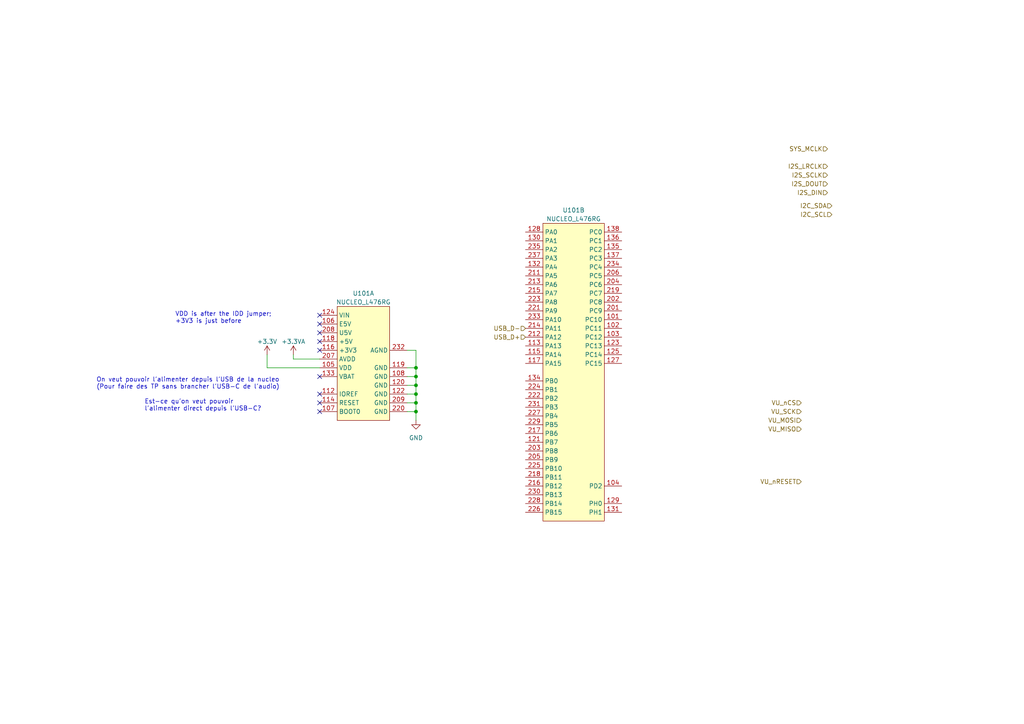
<source format=kicad_sch>
(kicad_sch (version 20230121) (generator eeschema)
  (paper "A4")
  (lib_symbols
    (symbol "NUCLEO_L476RG_1"
      (property "Reference" "U" (at 0 46.99 0))
      (property "Value" "NUCLEO_L476RG" (at 0 44.45 0))
      (symbol "NUCLEO_L476RG_1_1_1"
        (rectangle (start -7.62 16.51) (end 7.62 -16.51) (fill (type background)))
        (pin power_out line (at -12.7 -1.27 0) (length 5.08) (name "VDD") (number "105"))
        (pin power_out line (at -12.7 11.43 0) (length 5.08) (name "E5V") (number "106"))
        (pin bidirectional line (at -12.7 -13.97 0) (length 5.08) (name "BOOT0") (number "107"))
        (pin power_in line (at 12.7 -3.81 180) (length 5.08) (name "GND") (number "108"))
        (pin output line (at -12.7 -8.89 0) (length 5.08) (name "IOREF") (number "112"))
        (pin bidirectional line (at -12.7 -11.43 0) (length 5.08) (name "RESET") (number "114"))
        (pin power_out line (at -12.7 3.81 0) (length 5.08) (name "+3V3") (number "116"))
        (pin power_out line (at -12.7 6.35 0) (length 5.08) (name "+5V") (number "118"))
        (pin power_in line (at 12.7 -1.27 180) (length 5.08) (name "GND") (number "119"))
        (pin power_in line (at 12.7 -6.35 180) (length 5.08) (name "GND") (number "120"))
        (pin power_in line (at 12.7 -8.89 180) (length 5.08) (name "GND") (number "122"))
        (pin power_in line (at -12.7 13.97 0) (length 5.08) (name "VIN") (number "124"))
        (pin power_out line (at -12.7 -3.81 0) (length 5.08) (name "VBAT") (number "133"))
        (pin power_out line (at -12.7 1.27 0) (length 5.08) (name "AVDD") (number "207"))
        (pin power_out line (at -12.7 8.89 0) (length 5.08) (name "U5V") (number "208"))
        (pin power_in line (at 12.7 -11.43 180) (length 5.08) (name "GND") (number "209"))
        (pin power_in line (at 12.7 -13.97 180) (length 5.08) (name "GND") (number "220"))
        (pin power_in line (at 12.7 3.81 180) (length 5.08) (name "AGND") (number "232"))
      )
      (symbol "NUCLEO_L476RG_1_2_1"
        (rectangle (start -8.89 43.18) (end 8.89 -43.18) (fill (type background)))
        (pin bidirectional line (at 13.97 15.24 180) (length 5.08) (name "PC10") (number "101"))
        (pin bidirectional line (at 13.97 12.7 180) (length 5.08) (name "PC11") (number "102"))
        (pin bidirectional line (at 13.97 10.16 180) (length 5.08) (name "PC12") (number "103"))
        (pin bidirectional line (at 13.97 -33.02 180) (length 5.08) (name "PD2") (number "104"))
        (pin no_connect line (at 13.97 -2.54 180) (length 5.08) hide (name "NC") (number "109"))
        (pin no_connect line (at 13.97 -5.08 180) (length 5.08) hide (name "NC") (number "110"))
        (pin no_connect line (at 13.97 -7.62 180) (length 5.08) hide (name "NC") (number "111"))
        (pin bidirectional line (at -13.97 7.62 0) (length 5.08) (name "PA13") (number "113"))
        (pin bidirectional line (at -13.97 5.08 0) (length 5.08) (name "PA14") (number "115"))
        (pin bidirectional line (at -13.97 2.54 0) (length 5.08) (name "PA15") (number "117"))
        (pin bidirectional line (at -13.97 -20.32 0) (length 5.08) (name "PB7") (number "121"))
        (pin bidirectional line (at 13.97 7.62 180) (length 5.08) (name "PC13") (number "123"))
        (pin bidirectional line (at 13.97 5.08 180) (length 5.08) (name "PC14") (number "125"))
        (pin no_connect line (at 13.97 -10.16 180) (length 5.08) hide (name "NC") (number "126"))
        (pin bidirectional line (at 13.97 2.54 180) (length 5.08) (name "PC15") (number "127"))
        (pin bidirectional line (at -13.97 40.64 0) (length 5.08) (name "PA0") (number "128"))
        (pin bidirectional line (at 13.97 -38.1 180) (length 5.08) (name "PH0") (number "129"))
        (pin bidirectional line (at -13.97 38.1 0) (length 5.08) (name "PA1") (number "130"))
        (pin bidirectional line (at 13.97 -40.64 180) (length 5.08) (name "PH1") (number "131"))
        (pin bidirectional line (at -13.97 30.48 0) (length 5.08) (name "PA4") (number "132"))
        (pin bidirectional line (at -13.97 -2.54 0) (length 5.08) (name "PB0") (number "134"))
        (pin bidirectional line (at 13.97 35.56 180) (length 5.08) (name "PC2") (number "135"))
        (pin bidirectional line (at 13.97 38.1 180) (length 5.08) (name "PC1") (number "136"))
        (pin bidirectional line (at 13.97 33.02 180) (length 5.08) (name "PC3") (number "137"))
        (pin bidirectional line (at 13.97 40.64 180) (length 5.08) (name "PC0") (number "138"))
        (pin bidirectional line (at 13.97 17.78 180) (length 5.08) (name "PC9") (number "201"))
        (pin bidirectional line (at 13.97 20.32 180) (length 5.08) (name "PC8") (number "202"))
        (pin bidirectional line (at -13.97 -22.86 0) (length 5.08) (name "PB8") (number "203"))
        (pin bidirectional line (at 13.97 25.4 180) (length 5.08) (name "PC6") (number "204"))
        (pin bidirectional line (at -13.97 -25.4 0) (length 5.08) (name "PB9") (number "205"))
        (pin bidirectional line (at 13.97 27.94 180) (length 5.08) (name "PC5") (number "206"))
        (pin no_connect line (at 13.97 -12.7 180) (length 5.08) hide (name "NC") (number "210"))
        (pin bidirectional line (at -13.97 27.94 0) (length 5.08) (name "PA5") (number "211"))
        (pin bidirectional line (at -13.97 10.16 0) (length 5.08) (name "PA12") (number "212"))
        (pin bidirectional line (at -13.97 25.4 0) (length 5.08) (name "PA6") (number "213"))
        (pin bidirectional line (at -13.97 12.7 0) (length 5.08) (name "PA11") (number "214"))
        (pin bidirectional line (at -13.97 22.86 0) (length 5.08) (name "PA7") (number "215"))
        (pin bidirectional line (at -13.97 -33.02 0) (length 5.08) (name "PB12") (number "216"))
        (pin bidirectional line (at -13.97 -17.78 0) (length 5.08) (name "PB6") (number "217"))
        (pin bidirectional line (at -13.97 -30.48 0) (length 5.08) (name "PB11") (number "218"))
        (pin bidirectional line (at 13.97 22.86 180) (length 5.08) (name "PC7") (number "219"))
        (pin bidirectional line (at -13.97 17.78 0) (length 5.08) (name "PA9") (number "221"))
        (pin bidirectional line (at -13.97 -7.62 0) (length 5.08) (name "PB2") (number "222"))
        (pin bidirectional line (at -13.97 20.32 0) (length 5.08) (name "PA8") (number "223"))
        (pin bidirectional line (at -13.97 -5.08 0) (length 5.08) (name "PB1") (number "224"))
        (pin bidirectional line (at -13.97 -27.94 0) (length 5.08) (name "PB10") (number "225"))
        (pin bidirectional line (at -13.97 -40.64 0) (length 5.08) (name "PB15") (number "226"))
        (pin bidirectional line (at -13.97 -12.7 0) (length 5.08) (name "PB4") (number "227"))
        (pin bidirectional line (at -13.97 -38.1 0) (length 5.08) (name "PB14") (number "228"))
        (pin bidirectional line (at -13.97 -15.24 0) (length 5.08) (name "PB5") (number "229"))
        (pin bidirectional line (at -13.97 -35.56 0) (length 5.08) (name "PB13") (number "230"))
        (pin bidirectional line (at -13.97 -10.16 0) (length 5.08) (name "PB3") (number "231"))
        (pin bidirectional line (at -13.97 15.24 0) (length 5.08) (name "PA10") (number "233"))
        (pin bidirectional line (at 13.97 30.48 180) (length 5.08) (name "PC4") (number "234"))
        (pin bidirectional line (at -13.97 35.56 0) (length 5.08) (name "PA2") (number "235"))
        (pin no_connect line (at 13.97 -15.24 180) (length 5.08) hide (name "NC") (number "236"))
        (pin bidirectional line (at -13.97 33.02 0) (length 5.08) (name "PA3") (number "237"))
        (pin no_connect line (at 13.97 -17.78 180) (length 5.08) hide (name "NC") (number "238"))
      )
    )
    (symbol "WITNS_ST:NUCLEO_L476RG"
      (property "Reference" "U" (at 0 44.45 0))
      (property "Value" "NUCLEO_L476RG" (at 0 22.86 0))
      (symbol "NUCLEO_L476RG_1_1"
        (rectangle (start -7.62 16.51) (end 7.62 -16.51) (fill (type background)))
        (pin power_out line (at -12.7 -1.27 0) (length 5.08) (name "VDD") (number "105"))
        (pin power_out line (at -12.7 11.43 0) (length 5.08) (name "E5V") (number "106"))
        (pin bidirectional line (at -12.7 -13.97 0) (length 5.08) (name "BOOT0") (number "107"))
        (pin power_in line (at 12.7 -3.81 180) (length 5.08) (name "GND") (number "108"))
        (pin output line (at -12.7 -8.89 0) (length 5.08) (name "IOREF") (number "112"))
        (pin bidirectional line (at -12.7 -11.43 0) (length 5.08) (name "RESET") (number "114"))
        (pin power_out line (at -12.7 3.81 0) (length 5.08) (name "+3V3") (number "116"))
        (pin power_out line (at -12.7 6.35 0) (length 5.08) (name "+5V") (number "118"))
        (pin power_in line (at 12.7 -1.27 180) (length 5.08) (name "GND") (number "119"))
        (pin power_in line (at 12.7 -6.35 180) (length 5.08) (name "GND") (number "120"))
        (pin power_in line (at 12.7 -8.89 180) (length 5.08) (name "GND") (number "122"))
        (pin power_in line (at -12.7 13.97 0) (length 5.08) (name "VIN") (number "124"))
        (pin power_out line (at -12.7 -3.81 0) (length 5.08) (name "VBAT") (number "133"))
        (pin power_out line (at -12.7 1.27 0) (length 5.08) (name "AVDD") (number "207"))
        (pin power_out line (at -12.7 8.89 0) (length 5.08) (name "U5V") (number "208"))
        (pin power_in line (at 12.7 -11.43 180) (length 5.08) (name "GND") (number "209"))
        (pin power_in line (at 12.7 -13.97 180) (length 5.08) (name "GND") (number "220"))
        (pin power_in line (at 12.7 3.81 180) (length 5.08) (name "AGND") (number "232"))
      )
      (symbol "NUCLEO_L476RG_2_1"
        (rectangle (start -8.89 43.18) (end 8.89 -43.18) (fill (type background)))
        (pin bidirectional line (at 13.97 15.24 180) (length 5.08) (name "PC10") (number "101"))
        (pin bidirectional line (at 13.97 12.7 180) (length 5.08) (name "PC11") (number "102"))
        (pin bidirectional line (at 13.97 10.16 180) (length 5.08) (name "PC12") (number "103"))
        (pin bidirectional line (at 13.97 -33.02 180) (length 5.08) (name "PD2") (number "104"))
        (pin no_connect line (at 13.97 -2.54 180) (length 5.08) hide (name "NC") (number "109"))
        (pin no_connect line (at 13.97 -5.08 180) (length 5.08) hide (name "NC") (number "110"))
        (pin no_connect line (at 13.97 -7.62 180) (length 5.08) hide (name "NC") (number "111"))
        (pin bidirectional line (at -13.8929 7.6344 0) (length 5.08) (name "PA13") (number "113"))
        (pin bidirectional line (at -13.8929 5.0944 0) (length 5.08) (name "PA14") (number "115"))
        (pin bidirectional line (at -13.8929 2.5544 0) (length 5.08) (name "PA15") (number "117"))
        (pin bidirectional line (at -13.97 -20.32 0) (length 5.08) (name "PB7") (number "121"))
        (pin bidirectional line (at 13.97 7.62 180) (length 5.08) (name "PC13") (number "123"))
        (pin bidirectional line (at 13.97 5.08 180) (length 5.08) (name "PC14") (number "125"))
        (pin no_connect line (at 13.97 -10.16 180) (length 5.08) hide (name "NC") (number "126"))
        (pin bidirectional line (at 13.97 2.54 180) (length 5.08) (name "PC15") (number "127"))
        (pin bidirectional line (at -13.8929 40.6544 0) (length 5.08) (name "PA0") (number "128"))
        (pin bidirectional line (at 13.97 -38.1 180) (length 5.08) (name "PH0") (number "129"))
        (pin bidirectional line (at -13.8929 38.1144 0) (length 5.08) (name "PA1") (number "130"))
        (pin bidirectional line (at 13.97 -40.64 180) (length 5.08) (name "PH1") (number "131"))
        (pin bidirectional line (at -13.8929 30.4944 0) (length 5.08) (name "PA4") (number "132"))
        (pin bidirectional line (at -13.97 -2.54 0) (length 5.08) (name "PB0") (number "134"))
        (pin bidirectional line (at 13.97 35.56 180) (length 5.08) (name "PC2") (number "135"))
        (pin bidirectional line (at 13.97 38.1 180) (length 5.08) (name "PC1") (number "136"))
        (pin bidirectional line (at 13.97 33.02 180) (length 5.08) (name "PC3") (number "137"))
        (pin bidirectional line (at 13.97 40.64 180) (length 5.08) (name "PC0") (number "138"))
        (pin bidirectional line (at 13.97 17.78 180) (length 5.08) (name "PC9") (number "201"))
        (pin bidirectional line (at 13.97 20.32 180) (length 5.08) (name "PC8") (number "202"))
        (pin bidirectional line (at -13.97 -22.86 0) (length 5.08) (name "PB8") (number "203"))
        (pin bidirectional line (at 13.97 25.4 180) (length 5.08) (name "PC6") (number "204"))
        (pin bidirectional line (at -13.97 -25.4 0) (length 5.08) (name "PB9") (number "205"))
        (pin bidirectional line (at 13.97 27.94 180) (length 5.08) (name "PC5") (number "206"))
        (pin no_connect line (at 13.97 -12.7 180) (length 5.08) hide (name "NC") (number "210"))
        (pin bidirectional line (at -13.8929 27.9544 0) (length 5.08) (name "PA5") (number "211"))
        (pin bidirectional line (at -13.8929 10.1744 0) (length 5.08) (name "PA12") (number "212"))
        (pin bidirectional line (at -13.8929 25.4144 0) (length 5.08) (name "PA6") (number "213"))
        (pin bidirectional line (at -13.8929 12.7144 0) (length 5.08) (name "PA11") (number "214"))
        (pin bidirectional line (at -13.8929 22.8744 0) (length 5.08) (name "PA7") (number "215"))
        (pin bidirectional line (at -13.97 -33.02 0) (length 5.08) (name "PB12") (number "216"))
        (pin bidirectional line (at -13.97 -17.78 0) (length 5.08) (name "PB6") (number "217"))
        (pin bidirectional line (at -13.97 -30.48 0) (length 5.08) (name "PB11") (number "218"))
        (pin bidirectional line (at 13.97 22.86 180) (length 5.08) (name "PC7") (number "219"))
        (pin bidirectional line (at -13.8929 17.7944 0) (length 5.08) (name "PA9") (number "221"))
        (pin bidirectional line (at -13.97 -7.62 0) (length 5.08) (name "PB2") (number "222"))
        (pin bidirectional line (at -13.8929 20.3344 0) (length 5.08) (name "PA8") (number "223"))
        (pin bidirectional line (at -13.97 -5.08 0) (length 5.08) (name "PB1") (number "224"))
        (pin bidirectional line (at -13.97 -27.94 0) (length 5.08) (name "PB10") (number "225"))
        (pin bidirectional line (at -13.97 -40.64 0) (length 5.08) (name "PB15") (number "226"))
        (pin bidirectional line (at -13.97 -12.7 0) (length 5.08) (name "PB4") (number "227"))
        (pin bidirectional line (at -13.97 -38.1 0) (length 5.08) (name "PB14") (number "228"))
        (pin bidirectional line (at -13.97 -15.24 0) (length 5.08) (name "PB5") (number "229"))
        (pin bidirectional line (at -13.97 -35.56 0) (length 5.08) (name "PB13") (number "230"))
        (pin bidirectional line (at -13.97 -10.16 0) (length 5.08) (name "PB3") (number "231"))
        (pin bidirectional line (at -13.8929 15.2544 0) (length 5.08) (name "PA10") (number "233"))
        (pin bidirectional line (at 13.97 30.48 180) (length 5.08) (name "PC4") (number "234"))
        (pin bidirectional line (at -13.97 35.56 0) (length 5.08) (name "PA2") (number "235"))
        (pin no_connect line (at 13.97 -15.24 180) (length 5.08) hide (name "NC") (number "236"))
        (pin bidirectional line (at -13.8929 33.0344 0) (length 5.08) (name "PA3") (number "237"))
        (pin no_connect line (at 13.97 -17.78 180) (length 5.08) hide (name "NC") (number "238"))
      )
    )
    (symbol "power:+3.3V" (power) (pin_names (offset 0))
      (property "Value" "+3.3V" (at 0 3.556 0))
      (symbol "+3.3V_0_1"
        (polyline (pts (xy -0.762 1.27) (xy 0 2.54)))
        (polyline (pts (xy 0 0) (xy 0 2.54)))
        (polyline (pts (xy 0 2.54) (xy 0.762 1.27)))
      )
      (symbol "+3.3V_1_1"
        (pin power_in line (at 0 0 90) (length 0) hide (name "+3.3V") (number "1"))
      )
    )
    (symbol "power:+3.3VA" (power) (pin_names (offset 0))
      (property "Value" "+3.3VA" (at 0 3.556 0))
      (symbol "+3.3VA_0_1"
        (polyline (pts (xy -0.762 1.27) (xy 0 2.54)))
        (polyline (pts (xy 0 0) (xy 0 2.54)))
        (polyline (pts (xy 0 2.54) (xy 0.762 1.27)))
      )
      (symbol "+3.3VA_1_1"
        (pin power_in line (at 0 0 90) (length 0) hide (name "+3.3VA") (number "1"))
      )
    )
    (symbol "power:GND" (power) (pin_names (offset 0))
      (property "Value" "GND" (at 0 -3.81 0))
      (symbol "GND_0_1"
        (polyline (pts (xy 0 0) (xy 0 -1.27) (xy 1.27 -1.27) (xy 0 -2.54) (xy -1.27 -1.27) (xy 0 -1.27)))
      )
      (symbol "GND_1_1"
        (pin power_in line (at 0 0 270) (length 0) hide (name "GND") (number "1"))
      )
    )
  )
  (junction (at 120.65 111.76))
  (junction (at 120.65 106.68))
  (junction (at 120.65 116.84))
  (junction (at 120.65 119.38))
  (junction (at 120.65 109.22))
  (junction (at 120.65 114.3))
  (no_connect (at 92.71 93.98))
  (no_connect (at 92.71 101.6))
  (no_connect (at 92.71 114.3))
  (no_connect (at 92.71 119.38))
  (no_connect (at 92.71 99.06))
  (no_connect (at 92.71 91.44))
  (no_connect (at 92.71 109.22))
  (no_connect (at 92.71 96.52))
  (no_connect (at 92.71 116.84))
  (wire (pts (xy 92.71 106.68) (xy 77.47 106.68)))
  (wire (pts (xy 118.11 106.68) (xy 120.65 106.68)))
  (wire (pts (xy 120.65 111.76) (xy 120.65 109.22)))
  (wire (pts (xy 118.11 109.22) (xy 120.65 109.22)))
  (wire (pts (xy 85.09 104.14) (xy 85.09 102.87)))
  (wire (pts (xy 118.11 114.3) (xy 120.65 114.3)))
  (wire (pts (xy 118.11 111.76) (xy 120.65 111.76)))
  (wire (pts (xy 120.65 114.3) (xy 120.65 111.76)))
  (wire (pts (xy 120.65 116.84) (xy 120.65 114.3)))
  (wire (pts (xy 120.65 101.6) (xy 118.11 101.6)))
  (wire (pts (xy 85.09 104.14) (xy 92.71 104.14)))
  (wire (pts (xy 120.65 109.22) (xy 120.65 106.68)))
  (wire (pts (xy 118.11 119.38) (xy 120.65 119.38)))
  (wire (pts (xy 77.47 106.68) (xy 77.47 102.87)))
  (wire (pts (xy 120.65 119.38) (xy 120.65 116.84)))
  (wire (pts (xy 120.65 121.92) (xy 120.65 119.38)))
  (wire (pts (xy 120.65 106.68) (xy 120.65 101.6)))
  (wire (pts (xy 118.11 116.84) (xy 120.65 116.84)))
  (text "On veut pouvoir l'alimenter depuis l'USB de la nucleo\n(Pour faire des TP sans brancher l'USB-C de l'audio)" (at 27.94 113.03 0) (effects (font (size 1.27 1.27)) (justify left bottom)))
  (text "VDD is after the IDD jumper;\n+3V3 is just before" (at 50.8 93.98 0) (effects (font (size 1.27 1.27)) (justify left bottom)))
  (text "Est-ce qu'on veut pouvoir \nl'alimenter direct depuis l'USB-C?" (at 41.91 119.38 0) (effects (font (size 1.27 1.27)) (justify left bottom)))
  (hierarchical_label "I2S_SCLK" (shape input) (at 240.03 50.8 180))
  (hierarchical_label "VU_MOSI" (shape input) (at 232.41 121.92 180))
  (hierarchical_label "I2S_DIN" (shape input) (at 240.03 55.88 180))
  (hierarchical_label "I2S_DOUT" (shape input) (at 240.03 53.34 180))
  (hierarchical_label "VU_nCS" (shape input) (at 232.41 116.84 180))
  (hierarchical_label "I2C_SCL" (shape input) (at 241.3 62.23 180))
  (hierarchical_label "I2C_SDA" (shape input) (at 241.3 59.69 180))
  (hierarchical_label "VU_MISO" (shape input) (at 232.41 124.46 180))
  (hierarchical_label "VU_nRESET" (shape input) (at 232.41 139.7 180))
  (hierarchical_label "USB_D-" (shape input) (at 152.4 95.25 180))
  (hierarchical_label "SYS_MCLK" (shape input) (at 240.03 43.18 180))
  (hierarchical_label "USB_D+" (shape input) (at 152.4 97.79 180))
  (hierarchical_label "VU_SCK" (shape input) (at 232.41 119.38 180))
  (hierarchical_label "I2S_LRCLK" (shape input) (at 240.03 48.26 180))
  (symbol (lib_id "power:+3.3VA") (at 85.09 102.87 0) (unit 1)
    (property "Reference" "#PWR0202" (effects hide))
    (property "Value" "+3.3VA" (at 85.09 99.06 0))
  )
  (symbol (lib_name "NUCLEO_L476RG_1") (lib_id "WITNS_ST:NUCLEO_L476RG") (at 166.37 107.95 0) (unit 2)
    (property "Reference" "U101" (at 166.37 60.96 0))
    (property "Value" "NUCLEO_L476RG" (at 166.37 63.5 0))
    (property "Footprint" "WITNS:ST_NUCLEO_64" (effects hide))
    (instances (project "audio_iface" (path "" (reference "U101") (unit 2)) (path "" (reference "U201") (unit 2))))
  )
  (symbol (lib_id "power:GND") (at 120.65 121.92 0) (unit 1)
    (property "Reference" "#PWR0203" (effects hide))
    (property "Value" "GND" (at 120.65 127 0))
  )
  (symbol (lib_id "WITNS_ST:NUCLEO_L476RG") (at 105.41 105.41 0) (unit 1)
    (property "Reference" "U101" (at 105.41 85.09 0))
    (property "Value" "NUCLEO_L476RG" (at 105.41 87.63 0))
    (property "Footprint" "WITNS:ST_NUCLEO_64" (effects hide))
    (instances (project "audio_iface" (path "" (reference "U101") (unit 1)) (path "" (reference "U201") (unit 1))))
  )
  (symbol (lib_id "power:+3.3V") (at 77.47 102.87 0) (unit 1)
    (property "Reference" "#PWR0201" (effects hide))
    (property "Value" "+3.3V" (at 77.47 99.06 0))
  )
)
</source>
